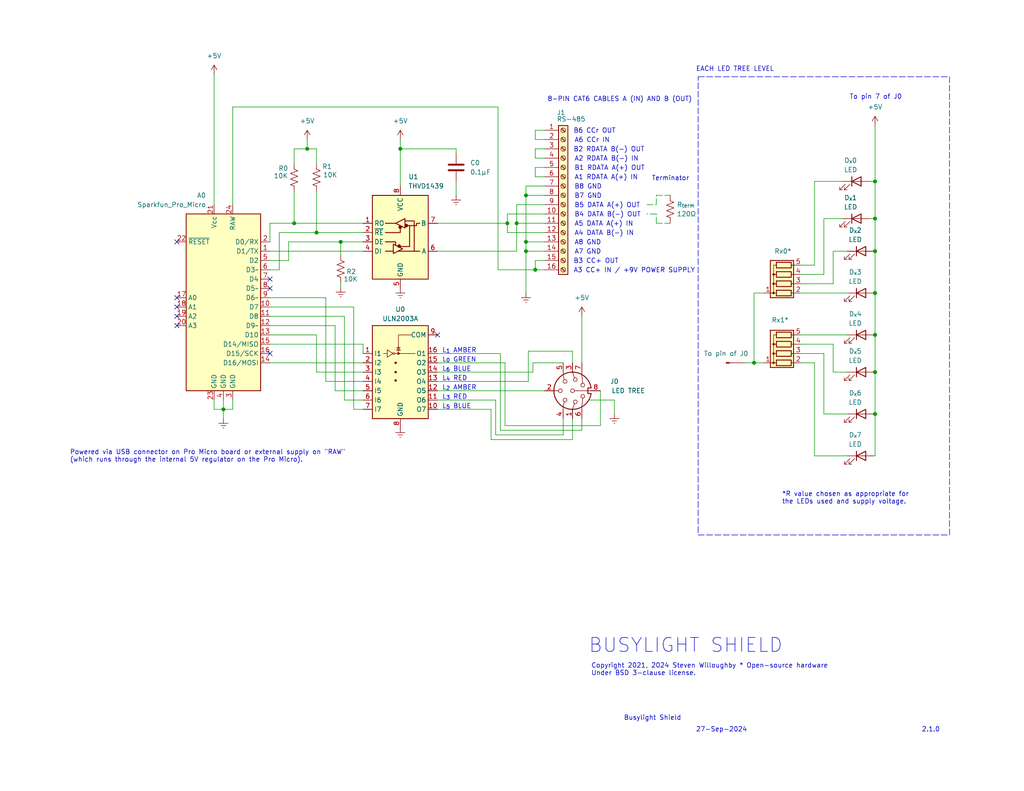
<source format=kicad_sch>
(kicad_sch (version 20231120) (generator "eeschema") (generator_version "8.0")
  (paper "USLetter")
  (lib_symbols
    (symbol "Connector:Conn_01x01_Pin" (pin_numbers hide) (pin_names (offset 1.016) hide)
      (property "Reference" "J" (at 0 2.54 0))
      (property "Value" "Conn_01x01_Pin" (at 0 -2.54 0))
      (symbol "Conn_01x01_Pin_1_1"
        (polyline (pts (xy 1.27 0) (xy 0.8636 0)) (stroke (width 0.1524)))
        (rectangle (start 0.8636 0.127) (end 0 -0.127) (stroke (width 0.1524)) (fill (type outline)))
        (pin passive line (at 5.08 0 180) (length 3.81) (name "Pin_1") (number "1"))
      )
    )
    (symbol "Connector:DIN-8" (pin_names (offset 1.016))
      (property "Reference" "J" (at 3.175 5.715 0))
      (property "Value" "DIN-8" (at 2.032 -5.842 0))
      (symbol "DIN-8_0_1"
        (arc (start -5.08 0) (mid -3.8609 -3.3364) (end -0.762 -5.08) (stroke (width 0.254)))
        (circle (center -3.048 -0.762) (radius 0.508))
        (circle (center -2.54 2.032) (radius 0.508))
        (circle (center -1.524 -2.794) (radius 0.508))
        (polyline (pts (xy -5.08 0) (xy -3.556 -0.508)))
        (polyline (pts (xy 0 -0.508) (xy 0 -5.08)))
        (polyline (pts (xy 0 5.08) (xy 0 3.81)))
        (polyline (pts (xy 5.08 0) (xy 3.556 -0.508)))
        (polyline (pts (xy -5.08 -2.54) (xy -4.318 -2.54) (xy -2.032 -2.794)))
        (polyline (pts (xy -5.08 2.54) (xy -4.318 2.54) (xy -3.048 2.286)))
        (polyline (pts (xy 5.08 -2.54) (xy 4.318 -2.54) (xy 2.032 -2.794)))
        (polyline (pts (xy 5.08 2.54) (xy 4.318 2.54) (xy 3.048 2.286)))
        (polyline (pts (xy -0.762 -4.953) (xy -0.762 -4.191) (xy 0.762 -4.191) (xy 0.762 -4.953)) (stroke (width 0.254)))
        (circle (center 0 0) (radius 0.508))
        (circle (center 0 3.302) (radius 0.508))
        (arc (start 0.762 -5.08) (mid 3.8685 -3.343) (end 5.08 0) (stroke (width 0.254)))
        (circle (center 1.524 -2.794) (radius 0.508))
        (circle (center 2.54 2.032) (radius 0.508))
        (circle (center 3.048 -0.762) (radius 0.508))
        (arc (start 5.08 0) (mid 0 5.0579) (end -5.08 0) (stroke (width 0.254)))
      )
      (symbol "DIN-8_1_1"
        (pin passive line (at -7.62 0 0) (length 2.54) (name "~") (number "1"))
        (pin passive line (at 0 7.62 270) (length 2.54) (name "~") (number "2"))
        (pin passive line (at 7.62 0 180) (length 2.54) (name "~") (number "3"))
        (pin passive line (at -7.62 2.54 0) (length 2.54) (name "~") (number "4"))
        (pin passive line (at 7.62 2.54 180) (length 2.54) (name "~") (number "5"))
        (pin passive line (at -7.62 -2.54 0) (length 2.54) (name "~") (number "6"))
        (pin passive line (at 7.62 -2.54 180) (length 2.54) (name "~") (number "7"))
        (pin passive line (at 0 -7.62 90) (length 2.54) (name "~") (number "8"))
      )
    )
    (symbol "Connector:Screw_Terminal_01x16" (pin_names (offset 1.016) hide)
      (property "Reference" "J" (at 0 20.32 0))
      (property "Value" "Screw_Terminal_01x16" (at 0 -22.86 0))
      (symbol "Screw_Terminal_01x16_1_1"
        (rectangle (start -1.27 19.05) (end 1.27 -21.59) (stroke (width 0.254)) (fill (type background)))
        (circle (center 0 -20.32) (radius 0.635) (stroke (width 0.1524)))
        (circle (center 0 -17.78) (radius 0.635) (stroke (width 0.1524)))
        (circle (center 0 -15.24) (radius 0.635) (stroke (width 0.1524)))
        (circle (center 0 -12.7) (radius 0.635) (stroke (width 0.1524)))
        (circle (center 0 -10.16) (radius 0.635) (stroke (width 0.1524)))
        (circle (center 0 -7.62) (radius 0.635) (stroke (width 0.1524)))
        (circle (center 0 -5.08) (radius 0.635) (stroke (width 0.1524)))
        (circle (center 0 -2.54) (radius 0.635) (stroke (width 0.1524)))
        (polyline (pts (xy -0.5334 -19.9898) (xy 0.3302 -20.828)) (stroke (width 0.1524)))
        (polyline (pts (xy -0.5334 -17.4498) (xy 0.3302 -18.288)) (stroke (width 0.1524)))
        (polyline (pts (xy -0.5334 -14.9098) (xy 0.3302 -15.748)) (stroke (width 0.1524)))
        (polyline (pts (xy -0.5334 -12.3698) (xy 0.3302 -13.208)) (stroke (width 0.1524)))
        (polyline (pts (xy -0.5334 -9.8298) (xy 0.3302 -10.668)) (stroke (width 0.1524)))
        (polyline (pts (xy -0.5334 -7.2898) (xy 0.3302 -8.128)) (stroke (width 0.1524)))
        (polyline (pts (xy -0.5334 -4.7498) (xy 0.3302 -5.588)) (stroke (width 0.1524)))
        (polyline (pts (xy -0.5334 -2.2098) (xy 0.3302 -3.048)) (stroke (width 0.1524)))
        (polyline (pts (xy -0.5334 0.3302) (xy 0.3302 -0.508)) (stroke (width 0.1524)))
        (polyline (pts (xy -0.5334 2.8702) (xy 0.3302 2.032)) (stroke (width 0.1524)))
        (polyline (pts (xy -0.5334 5.4102) (xy 0.3302 4.572)) (stroke (width 0.1524)))
        (polyline (pts (xy -0.5334 7.9502) (xy 0.3302 7.112)) (stroke (width 0.1524)))
        (polyline (pts (xy -0.5334 10.4902) (xy 0.3302 9.652)) (stroke (width 0.1524)))
        (polyline (pts (xy -0.5334 13.0302) (xy 0.3302 12.192)) (stroke (width 0.1524)))
        (polyline (pts (xy -0.5334 15.5702) (xy 0.3302 14.732)) (stroke (width 0.1524)))
        (polyline (pts (xy -0.5334 18.1102) (xy 0.3302 17.272)) (stroke (width 0.1524)))
        (polyline (pts (xy -0.3556 -19.812) (xy 0.508 -20.6502)) (stroke (width 0.1524)))
        (polyline (pts (xy -0.3556 -17.272) (xy 0.508 -18.1102)) (stroke (width 0.1524)))
        (polyline (pts (xy -0.3556 -14.732) (xy 0.508 -15.5702)) (stroke (width 0.1524)))
        (polyline (pts (xy -0.3556 -12.192) (xy 0.508 -13.0302)) (stroke (width 0.1524)))
        (polyline (pts (xy -0.3556 -9.652) (xy 0.508 -10.4902)) (stroke (width 0.1524)))
        (polyline (pts (xy -0.3556 -7.112) (xy 0.508 -7.9502)) (stroke (width 0.1524)))
        (polyline (pts (xy -0.3556 -4.572) (xy 0.508 -5.4102)) (stroke (width 0.1524)))
        (polyline (pts (xy -0.3556 -2.032) (xy 0.508 -2.8702)) (stroke (width 0.1524)))
        (polyline (pts (xy -0.3556 0.508) (xy 0.508 -0.3302)) (stroke (width 0.1524)))
        (polyline (pts (xy -0.3556 3.048) (xy 0.508 2.2098)) (stroke (width 0.1524)))
        (polyline (pts (xy -0.3556 5.588) (xy 0.508 4.7498)) (stroke (width 0.1524)))
        (polyline (pts (xy -0.3556 8.128) (xy 0.508 7.2898)) (stroke (width 0.1524)))
        (polyline (pts (xy -0.3556 10.668) (xy 0.508 9.8298)) (stroke (width 0.1524)))
        (polyline (pts (xy -0.3556 13.208) (xy 0.508 12.3698)) (stroke (width 0.1524)))
        (polyline (pts (xy -0.3556 15.748) (xy 0.508 14.9098)) (stroke (width 0.1524)))
        (polyline (pts (xy -0.3556 18.288) (xy 0.508 17.4498)) (stroke (width 0.1524)))
        (circle (center 0 0) (radius 0.635) (stroke (width 0.1524)))
        (circle (center 0 2.54) (radius 0.635) (stroke (width 0.1524)))
        (circle (center 0 5.08) (radius 0.635) (stroke (width 0.1524)))
        (circle (center 0 7.62) (radius 0.635) (stroke (width 0.1524)))
        (circle (center 0 10.16) (radius 0.635) (stroke (width 0.1524)))
        (circle (center 0 12.7) (radius 0.635) (stroke (width 0.1524)))
        (circle (center 0 15.24) (radius 0.635) (stroke (width 0.1524)))
        (circle (center 0 17.78) (radius 0.635) (stroke (width 0.1524)))
        (pin passive line (at -5.08 17.78 0) (length 3.81) (name "Pin_1") (number "1"))
        (pin passive line (at -5.08 -5.08 0) (length 3.81) (name "Pin_10") (number "10"))
        (pin passive line (at -5.08 -7.62 0) (length 3.81) (name "Pin_11") (number "11"))
        (pin passive line (at -5.08 -10.16 0) (length 3.81) (name "Pin_12") (number "12"))
        (pin passive line (at -5.08 -12.7 0) (length 3.81) (name "Pin_13") (number "13"))
        (pin passive line (at -5.08 -15.24 0) (length 3.81) (name "Pin_14") (number "14"))
        (pin passive line (at -5.08 -17.78 0) (length 3.81) (name "Pin_15") (number "15"))
        (pin passive line (at -5.08 -20.32 0) (length 3.81) (name "Pin_16") (number "16"))
        (pin passive line (at -5.08 15.24 0) (length 3.81) (name "Pin_2") (number "2"))
        (pin passive line (at -5.08 12.7 0) (length 3.81) (name "Pin_3") (number "3"))
        (pin passive line (at -5.08 10.16 0) (length 3.81) (name "Pin_4") (number "4"))
        (pin passive line (at -5.08 7.62 0) (length 3.81) (name "Pin_5") (number "5"))
        (pin passive line (at -5.08 5.08 0) (length 3.81) (name "Pin_6") (number "6"))
        (pin passive line (at -5.08 2.54 0) (length 3.81) (name "Pin_7") (number "7"))
        (pin passive line (at -5.08 0 0) (length 3.81) (name "Pin_8") (number "8"))
        (pin passive line (at -5.08 -2.54 0) (length 3.81) (name "Pin_9") (number "9"))
      )
    )
    (symbol "Device:C" (pin_numbers hide) (pin_names (offset 0.254))
      (property "Reference" "C" (at 0.635 2.54 0))
      (property "Value" "C" (at 0.635 -2.54 0))
      (symbol "C_0_1"
        (polyline (pts (xy -2.032 -0.762) (xy 2.032 -0.762)) (stroke (width 0.508)))
        (polyline (pts (xy -2.032 0.762) (xy 2.032 0.762)) (stroke (width 0.508)))
      )
      (symbol "C_1_1"
        (pin passive line (at 0 3.81 270) (length 2.794) (name "~") (number "1"))
        (pin passive line (at 0 -3.81 90) (length 2.794) (name "~") (number "2"))
      )
    )
    (symbol "Device:LED" (pin_numbers hide) (pin_names (offset 1.016) hide)
      (property "Reference" "D" (at 0 2.54 0))
      (property "Value" "LED" (at 0 -2.54 0))
      (symbol "LED_0_1"
        (polyline (pts (xy -1.27 -1.27) (xy -1.27 1.27)) (stroke (width 0.254)))
        (polyline (pts (xy -1.27 0) (xy 1.27 0)))
        (polyline (pts (xy 1.27 -1.27) (xy 1.27 1.27) (xy -1.27 0) (xy 1.27 -1.27)) (stroke (width 0.254)))
        (polyline (pts (xy -3.048 -0.762) (xy -4.572 -2.286) (xy -3.81 -2.286) (xy -4.572 -2.286) (xy -4.572 -1.524)))
        (polyline (pts (xy -1.778 -0.762) (xy -3.302 -2.286) (xy -2.54 -2.286) (xy -3.302 -2.286) (xy -3.302 -1.524)))
      )
      (symbol "LED_1_1"
        (pin passive line (at -3.81 0 0) (length 2.54) (name "K") (number "1"))
        (pin passive line (at 3.81 0 180) (length 2.54) (name "A") (number "2"))
      )
    )
    (symbol "Device:R_Network04" (pin_names (offset 0) hide)
      (property "Reference" "RN" (at -7.62 0 90))
      (property "Value" "R_Network04" (at 5.08 0 90))
      (symbol "R_Network04_0_1"
        (rectangle (start -6.35 -3.175) (end 3.81 3.175) (stroke (width 0.254)) (fill (type background)))
        (rectangle (start -5.842 1.524) (end -4.318 -2.54) (stroke (width 0.254)))
        (circle (center -5.08 2.286) (radius 0.254) (fill (type outline)))
        (rectangle (start -3.302 1.524) (end -1.778 -2.54) (stroke (width 0.254)))
        (circle (center -2.54 2.286) (radius 0.254) (fill (type outline)))
        (rectangle (start -0.762 1.524) (end 0.762 -2.54) (stroke (width 0.254)))
        (polyline (pts (xy -5.08 -2.54) (xy -5.08 -3.81)))
        (polyline (pts (xy -2.54 -2.54) (xy -2.54 -3.81)))
        (polyline (pts (xy 0 -2.54) (xy 0 -3.81)))
        (polyline (pts (xy 2.54 -2.54) (xy 2.54 -3.81)))
        (polyline (pts (xy -5.08 1.524) (xy -5.08 2.286) (xy -2.54 2.286) (xy -2.54 1.524)))
        (polyline (pts (xy -2.54 1.524) (xy -2.54 2.286) (xy 0 2.286) (xy 0 1.524)))
        (polyline (pts (xy 0 1.524) (xy 0 2.286) (xy 2.54 2.286) (xy 2.54 1.524)))
        (circle (center 0 2.286) (radius 0.254) (fill (type outline)))
        (rectangle (start 1.778 1.524) (end 3.302 -2.54) (stroke (width 0.254)))
      )
      (symbol "R_Network04_1_1"
        (pin passive line (at -5.08 5.08 270) (length 2.54) (name "common") (number "1"))
        (pin passive line (at -5.08 -5.08 90) (length 1.27) (name "R1") (number "2"))
        (pin passive line (at -2.54 -5.08 90) (length 1.27) (name "R2") (number "3"))
        (pin passive line (at 0 -5.08 90) (length 1.27) (name "R3") (number "4"))
        (pin passive line (at 2.54 -5.08 90) (length 1.27) (name "R4") (number "5"))
      )
    )
    (symbol "Device:R_US" (pin_numbers hide) (pin_names (offset 0))
      (property "Reference" "R" (at 2.54 0 90))
      (property "Value" "R_US" (at -2.54 0 90))
      (symbol "R_US_0_1"
        (polyline (pts (xy 0 -2.286) (xy 0 -2.54)))
        (polyline (pts (xy 0 2.286) (xy 0 2.54)))
        (polyline (pts (xy 0 -0.762) (xy 1.016 -1.143) (xy 0 -1.524) (xy -1.016 -1.905) (xy 0 -2.286)))
        (polyline (pts (xy 0 0.762) (xy 1.016 0.381) (xy 0 0) (xy -1.016 -0.381) (xy 0 -0.762)))
        (polyline (pts (xy 0 2.286) (xy 1.016 1.905) (xy 0 1.524) (xy -1.016 1.143) (xy 0 0.762)))
      )
      (symbol "R_US_1_1"
        (pin passive line (at 0 3.81 270) (length 1.27) (name "~") (number "1"))
        (pin passive line (at 0 -3.81 90) (length 1.27) (name "~") (number "2"))
      )
    )
    (symbol "Interface_UART:THVD1420D"
      (property "Reference" "U" (at -6.096 11.43 0))
      (property "Value" "THVD1420D" (at 0.762 11.43 0))
      (symbol "THVD1420D_0_1"
        (rectangle (start -7.62 10.16) (end 7.62 -12.7) (stroke (width 0.254)) (fill (type background)))
        (circle (center -0.3048 -3.683) (radius 0.3556) (stroke (width 0.254)) (fill (type outline)))
        (circle (center -0.0254 1.4986) (radius 0.3556) (stroke (width 0.254)) (fill (type outline)))
        (polyline (pts (xy -4.064 -5.08) (xy -1.905 -5.08)) (stroke (width 0.254)))
        (polyline (pts (xy -4.064 2.54) (xy -1.27 2.54)) (stroke (width 0.254)))
        (polyline (pts (xy -1.27 -3.2004) (xy -1.27 -3.4544)) (stroke (width 0.254)))
        (polyline (pts (xy -0.635 -5.08) (xy 5.334 -5.08)) (stroke (width 0.254)))
        (polyline (pts (xy -4.064 -2.54) (xy -1.27 -2.54) (xy -1.27 -3.175)) (stroke (width 0.254)))
        (polyline (pts (xy 0 1.27) (xy 0 0) (xy -4.064 0)) (stroke (width 0.254)))
        (polyline (pts (xy 1.27 3.175) (xy 3.81 3.175) (xy 3.81 -5.08)) (stroke (width 0.254)))
        (polyline (pts (xy 2.54 1.905) (xy 2.54 -3.81) (xy 0 -3.81)) (stroke (width 0.254)))
        (polyline (pts (xy -1.905 -3.175) (xy -1.905 -5.715) (xy 0.635 -4.445) (xy -1.905 -3.175)) (stroke (width 0.254)))
        (polyline (pts (xy -1.27 2.54) (xy 1.27 3.81) (xy 1.27 1.27) (xy -1.27 2.54)) (stroke (width 0.254)))
        (polyline (pts (xy 1.905 1.905) (xy 4.445 1.905) (xy 4.445 2.54) (xy 5.334 2.54)) (stroke (width 0.254)))
        (rectangle (start 1.27 3.175) (end 1.27 3.175))
        (circle (center 1.651 1.905) (radius 0.3556) (stroke (width 0.254)) (fill (type outline)))
      )
      (symbol "THVD1420D_1_1"
        (pin output line (at -10.16 2.54 0) (length 2.54) (name "RO") (number "1"))
        (pin input line (at -10.16 0 0) (length 2.54) (name "~{RE}") (number "2"))
        (pin input line (at -10.16 -2.54 0) (length 2.54) (name "DE") (number "3"))
        (pin input line (at -10.16 -5.08 0) (length 2.54) (name "DI") (number "4"))
        (pin power_in line (at 0 -15.24 90) (length 2.54) (name "GND") (number "5"))
        (pin bidirectional line (at 10.16 -5.08 180) (length 2.54) (name "A") (number "6"))
        (pin bidirectional line (at 10.16 2.54 180) (length 2.54) (name "B") (number "7"))
        (pin power_in line (at 0 12.7 270) (length 2.54) (name "VCC") (number "8"))
      )
    )
    (symbol "MCU_Module_Local:Sparkfun_Pro_Micro"
      (property "Reference" "A" (at -10.16 23.495 0))
      (property "Value" "Sparkfun_Pro_Micro" (at 5.08 -26.67 0))
      (symbol "Sparkfun_Pro_Micro_0_1"
        (rectangle (start -10.16 22.86) (end 10.16 -25.4) (stroke (width 0.254)) (fill (type background)))
      )
      (symbol "Sparkfun_Pro_Micro_1_1"
        (pin bidirectional line (at -12.7 12.7 0) (length 2.54) (name "D1/TX") (number "1"))
        (pin bidirectional line (at -12.7 -2.54 0) (length 2.54) (name "D7") (number "10"))
        (pin bidirectional line (at -12.7 -5.08 0) (length 2.54) (name "D8") (number "11"))
        (pin bidirectional line (at -12.7 -7.62 0) (length 2.54) (name "D9~") (number "12"))
        (pin bidirectional line (at -12.7 -10.16 0) (length 2.54) (name "D10") (number "13"))
        (pin bidirectional line (at -12.7 -17.78 0) (length 2.54) (name "D16/MOSI") (number "14"))
        (pin bidirectional line (at -12.7 -12.7 0) (length 2.54) (name "D14/MISO") (number "15"))
        (pin bidirectional line (at -12.7 -15.24 0) (length 2.54) (name "D15/SCK") (number "16"))
        (pin bidirectional line (at 12.7 0 180) (length 2.54) (name "A0") (number "17"))
        (pin bidirectional line (at 12.7 -2.54 180) (length 2.54) (name "A1") (number "18"))
        (pin bidirectional line (at 12.7 -5.08 180) (length 2.54) (name "A2") (number "19"))
        (pin bidirectional line (at -12.7 15.24 0) (length 2.54) (name "D0/RX") (number "2"))
        (pin bidirectional line (at 12.7 -7.62 180) (length 2.54) (name "A3") (number "20"))
        (pin power_out line (at 2.54 25.4 270) (length 2.54) (name "Vcc") (number "21"))
        (pin input line (at 12.7 15.24 180) (length 2.54) (name "~{RESET}") (number "22"))
        (pin power_in line (at 2.54 -27.94 90) (length 2.54) (name "GND") (number "23"))
        (pin power_in line (at -2.54 25.4 270) (length 2.54) (name "RAW") (number "24"))
        (pin power_in line (at -2.54 -27.94 90) (length 2.54) (name "GND") (number "3"))
        (pin power_in line (at 0 -27.94 90) (length 2.54) (name "GND") (number "4"))
        (pin bidirectional line (at -12.7 10.16 0) (length 2.54) (name "D2") (number "5"))
        (pin bidirectional line (at -12.7 7.62 0) (length 2.54) (name "D3~") (number "6"))
        (pin bidirectional line (at -12.7 5.08 0) (length 2.54) (name "D4") (number "7"))
        (pin bidirectional line (at -12.7 2.54 0) (length 2.54) (name "D5~") (number "8"))
        (pin bidirectional line (at -12.7 0 0) (length 2.54) (name "D6~") (number "9"))
      )
    )
    (symbol "Transistor_Array:ULN2003A"
      (property "Reference" "U" (at 0 15.875 0))
      (property "Value" "ULN2003A" (at 0 13.97 0))
      (symbol "ULN2003A_0_1"
        (rectangle (start -7.62 -12.7) (end 7.62 12.7) (stroke (width 0.254)) (fill (type background)))
        (circle (center -1.778 5.08) (radius 0.254))
        (circle (center -1.27 -2.286) (radius 0.254) (fill (type outline)))
        (circle (center -1.27 0) (radius 0.254) (fill (type outline)))
        (circle (center -1.27 2.54) (radius 0.254) (fill (type outline)))
        (circle (center -0.508 5.08) (radius 0.254) (fill (type outline)))
        (polyline (pts (xy -4.572 5.08) (xy -3.556 5.08)))
        (polyline (pts (xy -1.524 5.08) (xy 4.064 5.08)))
        (polyline (pts (xy 0 6.731) (xy -1.016 6.731)))
        (polyline (pts (xy -0.508 5.08) (xy -0.508 10.16) (xy 2.921 10.16)))
        (polyline (pts (xy -3.556 6.096) (xy -3.556 4.064) (xy -2.032 5.08) (xy -3.556 6.096)))
        (polyline (pts (xy 0 5.969) (xy -1.016 5.969) (xy -0.508 6.731) (xy 0 5.969)))
      )
      (symbol "ULN2003A_1_1"
        (pin input line (at -10.16 5.08 0) (length 2.54) (name "I1") (number "1"))
        (pin open_collector line (at 10.16 -10.16 180) (length 2.54) (name "O7") (number "10"))
        (pin open_collector line (at 10.16 -7.62 180) (length 2.54) (name "O6") (number "11"))
        (pin open_collector line (at 10.16 -5.08 180) (length 2.54) (name "O5") (number "12"))
        (pin open_collector line (at 10.16 -2.54 180) (length 2.54) (name "O4") (number "13"))
        (pin open_collector line (at 10.16 0 180) (length 2.54) (name "O3") (number "14"))
        (pin open_collector line (at 10.16 2.54 180) (length 2.54) (name "O2") (number "15"))
        (pin open_collector line (at 10.16 5.08 180) (length 2.54) (name "O1") (number "16"))
        (pin input line (at -10.16 2.54 0) (length 2.54) (name "I2") (number "2"))
        (pin input line (at -10.16 0 0) (length 2.54) (name "I3") (number "3"))
        (pin input line (at -10.16 -2.54 0) (length 2.54) (name "I4") (number "4"))
        (pin input line (at -10.16 -5.08 0) (length 2.54) (name "I5") (number "5"))
        (pin input line (at -10.16 -7.62 0) (length 2.54) (name "I6") (number "6"))
        (pin input line (at -10.16 -10.16 0) (length 2.54) (name "I7") (number "7"))
        (pin power_in line (at 0 -15.24 90) (length 2.54) (name "GND") (number "8"))
        (pin passive line (at 10.16 10.16 180) (length 2.54) (name "COM") (number "9"))
      )
    )
    (symbol "power:+5V" (power) (pin_names (offset 0))
      (property "Value" "+5V" (at 0 3.556 0))
      (symbol "+5V_0_1"
        (polyline (pts (xy -0.762 1.27) (xy 0 2.54)))
        (polyline (pts (xy 0 0) (xy 0 2.54)))
        (polyline (pts (xy 0 2.54) (xy 0.762 1.27)))
      )
      (symbol "+5V_1_1"
        (pin power_in line (at 0 0 90) (length 0) hide (name "+5V") (number "1"))
      )
    )
    (symbol "power:Earth" (power) (pin_names (offset 0))
      (symbol "Earth_0_1"
        (polyline (pts (xy -0.635 -1.905) (xy 0.635 -1.905)))
        (polyline (pts (xy -0.127 -2.54) (xy 0.127 -2.54)))
        (polyline (pts (xy 0 -1.27) (xy 0 0)))
        (polyline (pts (xy 1.27 -1.27) (xy -1.27 -1.27)))
      )
      (symbol "Earth_1_1"
        (pin power_in line (at 0 0 270) (length 0) hide (name "Earth") (number "1"))
      )
    )
  )
  (junction (at 238.76 113.03))
  (junction (at 238.76 80.01))
  (junction (at 238.76 91.44))
  (junction (at 205.74 99.06))
  (junction (at 146.05 73.66))
  (junction (at 140.97 60.96))
  (junction (at 238.76 59.69))
  (junction (at 143.51 53.34))
  (junction (at 92.964 66.04))
  (junction (at 138.43 60.96))
  (junction (at 109.22 40.64))
  (junction (at 80.264 60.96))
  (junction (at 238.76 68.58))
  (junction (at 143.51 66.04))
  (junction (at 238.76 49.53))
  (junction (at 143.51 68.58))
  (junction (at 86.36 63.5))
  (junction (at 83.82 40.64))
  (junction (at 238.76 101.6))
  (junction (at 60.96 111.76))
  (no_connect (at 48.26 88.9))
  (no_connect (at 73.66 76.2))
  (no_connect (at 48.26 83.82))
  (no_connect (at 48.26 66.04))
  (no_connect (at 119.38 91.44))
  (no_connect (at 48.26 86.36))
  (no_connect (at 73.66 78.74))
  (no_connect (at 73.66 96.52))
  (no_connect (at 48.26 81.28))
  (wire (pts (xy 222.25 99.06) (xy 222.25 124.46)))
  (wire (pts (xy 137.795 99.06) (xy 137.795 116.205)))
  (wire (pts (xy 80.264 52.324) (xy 80.264 60.96)))
  (wire (pts (xy 119.38 96.52) (xy 136.525 96.52)))
  (wire (pts (xy 119.38 101.6) (xy 145.415 101.6)))
  (wire (pts (xy 93.98 109.22) (xy 99.06 109.22)))
  (wire (pts (xy 143.51 50.8) (xy 143.51 53.34)))
  (wire (pts (xy 76.2 63.5) (xy 86.36 63.5)))
  (wire (pts (xy 73.66 91.44) (xy 86.36 91.44)))
  (wire (pts (xy 167.64 113.03) (xy 167.64 109.22)))
  (wire (pts (xy 73.66 88.9) (xy 91.44 88.9)))
  (wire (pts (xy 227.33 101.6) (xy 231.14 101.6)))
  (wire (pts (xy 224.79 96.52) (xy 224.79 113.03)))
  (wire (pts (xy 238.76 101.6) (xy 238.76 113.03)))
  (wire (pts (xy 133.985 111.76) (xy 133.985 120.015)))
  (wire (pts (xy 179.07 58.42) (xy 176.53 58.42)) (stroke (width 0) (type dash)))
  (wire (pts (xy 73.66 86.36) (xy 93.98 86.36)))
  (wire (pts (xy 146.05 45.72) (xy 146.05 48.26)))
  (wire (pts (xy 176.53 55.88) (xy 179.07 55.88)) (stroke (width 0) (type dash)))
  (wire (pts (xy 224.79 59.69) (xy 229.87 59.69)))
  (wire (pts (xy 119.38 111.76) (xy 133.985 111.76)))
  (wire (pts (xy 148.59 40.64) (xy 146.05 40.64)))
  (wire (pts (xy 148.59 35.56) (xy 146.05 35.56)))
  (wire (pts (xy 146.05 71.12) (xy 146.05 73.66)))
  (wire (pts (xy 179.07 55.88) (xy 179.07 53.34)) (stroke (width 0) (type dash)))
  (wire (pts (xy 146.05 38.1) (xy 148.59 38.1)))
  (wire (pts (xy 119.38 99.06) (xy 137.795 99.06)))
  (wire (pts (xy 86.36 101.6) (xy 99.06 101.6)))
  (wire (pts (xy 60.96 111.76) (xy 60.96 114.3)))
  (wire (pts (xy 135.255 109.22) (xy 135.255 118.745)))
  (wire (pts (xy 143.51 68.58) (xy 143.51 80.01)))
  (wire (pts (xy 73.66 60.96) (xy 80.264 60.96)))
  (wire (pts (xy 218.44 74.93) (xy 224.79 74.93)))
  (wire (pts (xy 238.76 113.03) (xy 238.76 124.46)))
  (wire (pts (xy 227.33 68.58) (xy 231.14 68.58)))
  (wire (pts (xy 60.96 109.22) (xy 60.96 111.76)))
  (wire (pts (xy 143.51 68.58) (xy 148.59 68.58)))
  (wire (pts (xy 146.05 35.56) (xy 146.05 38.1)))
  (wire (pts (xy 92.964 66.04) (xy 99.06 66.04)))
  (wire (pts (xy 86.36 63.5) (xy 99.06 63.5)))
  (wire (pts (xy 148.59 45.72) (xy 146.05 45.72)))
  (wire (pts (xy 143.51 53.34) (xy 148.59 53.34)))
  (wire (pts (xy 143.51 53.34) (xy 143.51 66.04)))
  (wire (pts (xy 146.05 71.12) (xy 148.59 71.12)))
  (wire (pts (xy 146.05 73.66) (xy 148.59 73.66)))
  (wire (pts (xy 148.59 50.8) (xy 143.51 50.8)))
  (wire (pts (xy 156.21 95.885) (xy 156.21 99.06)))
  (wire (pts (xy 133.985 120.015) (xy 156.21 120.015)))
  (wire (pts (xy 140.97 60.96) (xy 140.97 55.88)))
  (wire (pts (xy 227.33 93.98) (xy 227.33 101.6)))
  (wire (pts (xy 163.83 116.205) (xy 163.83 106.68)))
  (wire (pts (xy 227.33 77.47) (xy 227.33 68.58)))
  (wire (pts (xy 238.76 91.44) (xy 238.76 101.6)))
  (wire (pts (xy 146.05 43.18) (xy 148.59 43.18)))
  (wire (pts (xy 179.07 60.96) (xy 179.07 58.42)) (stroke (width 0) (type dash)))
  (wire (pts (xy 73.66 68.58) (xy 99.06 68.58)))
  (wire (pts (xy 124.46 49.53) (xy 124.46 53.34)))
  (wire (pts (xy 160.655 109.22) (xy 167.64 109.22)))
  (wire (pts (xy 124.46 40.64) (xy 109.22 40.64)))
  (wire (pts (xy 156.21 120.015) (xy 156.21 114.3)))
  (wire (pts (xy 224.79 113.03) (xy 231.14 113.03)))
  (wire (pts (xy 138.43 58.42) (xy 148.59 58.42)))
  (wire (pts (xy 144.145 104.14) (xy 144.145 95.885)))
  (wire (pts (xy 218.44 99.06) (xy 222.25 99.06)))
  (wire (pts (xy 73.66 93.98) (xy 99.06 93.98)))
  (wire (pts (xy 96.52 83.82) (xy 96.52 111.76)))
  (wire (pts (xy 138.43 63.5) (xy 138.43 60.96)))
  (wire (pts (xy 88.9 81.28) (xy 88.9 104.14)))
  (wire (pts (xy 145.415 99.06) (xy 153.67 99.06)))
  (wire (pts (xy 119.38 60.96) (xy 138.43 60.96)))
  (wire (pts (xy 145.415 101.6) (xy 145.415 99.06)))
  (wire (pts (xy 86.36 91.44) (xy 86.36 101.6)))
  (wire (pts (xy 238.76 49.53) (xy 238.76 59.69)))
  (wire (pts (xy 73.66 73.66) (xy 76.2 73.66)))
  (wire (pts (xy 136.525 96.52) (xy 136.525 117.475)))
  (wire (pts (xy 218.44 93.98) (xy 227.33 93.98)))
  (wire (pts (xy 92.964 78.486) (xy 92.964 77.216)))
  (wire (pts (xy 148.59 63.5) (xy 138.43 63.5)))
  (wire (pts (xy 222.25 49.53) (xy 229.87 49.53)))
  (wire (pts (xy 63.5 111.76) (xy 60.96 111.76)))
  (wire (pts (xy 73.66 83.82) (xy 96.52 83.82)))
  (wire (pts (xy 143.51 66.04) (xy 148.59 66.04)))
  (wire (pts (xy 96.52 111.76) (xy 99.06 111.76)))
  (wire (pts (xy 144.145 95.885) (xy 156.21 95.885)))
  (wire (pts (xy 91.44 106.68) (xy 99.06 106.68)))
  (wire (pts (xy 99.06 93.98) (xy 99.06 96.52)))
  (wire (pts (xy 93.98 86.36) (xy 93.98 109.22)))
  (wire (pts (xy 80.264 60.96) (xy 99.06 60.96)))
  (wire (pts (xy 222.25 72.39) (xy 222.25 49.53)))
  (wire (pts (xy 73.66 71.12) (xy 78.74 71.12)))
  (wire (pts (xy 88.9 104.14) (xy 99.06 104.14)))
  (wire (pts (xy 119.38 104.14) (xy 144.145 104.14)))
  (wire (pts (xy 92.964 69.596) (xy 92.964 66.04)))
  (wire (pts (xy 140.97 60.96) (xy 148.59 60.96)))
  (wire (pts (xy 135.89 29.21) (xy 135.89 73.66)))
  (wire (pts (xy 203.2 99.06) (xy 205.74 99.06)))
  (wire (pts (xy 237.49 59.69) (xy 238.76 59.69)))
  (wire (pts (xy 224.79 74.93) (xy 224.79 59.69)))
  (wire (pts (xy 78.74 66.04) (xy 92.964 66.04)))
  (wire (pts (xy 138.43 60.96) (xy 138.43 58.42)))
  (wire (pts (xy 158.75 86.36) (xy 158.75 99.06)))
  (wire (pts (xy 218.44 80.01) (xy 231.14 80.01)))
  (wire (pts (xy 218.44 77.47) (xy 227.33 77.47)))
  (wire (pts (xy 86.36 44.704) (xy 86.36 40.64)))
  (wire (pts (xy 124.46 41.91) (xy 124.46 40.64)))
  (wire (pts (xy 119.38 109.22) (xy 135.255 109.22)))
  (wire (pts (xy 238.76 80.01) (xy 238.76 91.44)))
  (wire (pts (xy 63.5 29.21) (xy 135.89 29.21)))
  (wire (pts (xy 63.5 29.21) (xy 63.5 55.88)))
  (wire (pts (xy 86.36 40.64) (xy 83.82 40.64)))
  (wire (pts (xy 153.67 114.3) (xy 153.67 118.745)))
  (wire (pts (xy 238.76 34.29) (xy 238.76 49.53)))
  (wire (pts (xy 179.07 60.96) (xy 182.88 60.96)) (stroke (width 0) (type dash)))
  (wire (pts (xy 91.44 88.9) (xy 91.44 106.68)))
  (wire (pts (xy 76.2 73.66) (xy 76.2 63.5)))
  (wire (pts (xy 208.28 80.01) (xy 205.74 80.01)))
  (wire (pts (xy 119.38 68.58) (xy 140.97 68.58)))
  (wire (pts (xy 78.74 71.12) (xy 78.74 66.04)))
  (wire (pts (xy 238.76 68.58) (xy 238.76 80.01)))
  (wire (pts (xy 140.97 55.88) (xy 148.59 55.88)))
  (wire (pts (xy 135.89 73.66) (xy 146.05 73.66)))
  (wire (pts (xy 140.97 68.58) (xy 140.97 60.96)))
  (wire (pts (xy 179.07 53.34) (xy 182.88 53.34)) (stroke (width 0) (type dash)))
  (wire (pts (xy 58.42 111.76) (xy 60.96 111.76)))
  (wire (pts (xy 109.22 38.1) (xy 109.22 40.64)))
  (wire (pts (xy 58.42 109.22) (xy 58.42 111.76)))
  (wire (pts (xy 137.795 116.205) (xy 163.83 116.205)))
  (wire (pts (xy 238.76 59.69) (xy 238.76 68.58)))
  (wire (pts (xy 237.49 49.53) (xy 238.76 49.53)))
  (wire (pts (xy 146.05 40.64) (xy 146.05 43.18)))
  (wire (pts (xy 205.74 99.06) (xy 208.28 99.06)))
  (wire (pts (xy 80.264 40.64) (xy 83.82 40.64)))
  (wire (pts (xy 135.255 118.745) (xy 153.67 118.745)))
  (wire (pts (xy 63.5 109.22) (xy 63.5 111.76)))
  (wire (pts (xy 80.264 40.64) (xy 80.264 44.704)))
  (wire (pts (xy 143.51 66.04) (xy 143.51 68.58)))
  (wire (pts (xy 73.66 66.04) (xy 73.66 60.96)))
  (wire (pts (xy 73.66 81.28) (xy 88.9 81.28)))
  (wire (pts (xy 86.36 52.324) (xy 86.36 63.5)))
  (wire (pts (xy 146.05 48.26) (xy 148.59 48.26)))
  (wire (pts (xy 222.25 124.46) (xy 231.14 124.46)))
  (wire (pts (xy 136.525 117.475) (xy 158.75 117.475)))
  (wire (pts (xy 119.38 106.68) (xy 148.59 106.68)))
  (wire (pts (xy 218.44 72.39) (xy 222.25 72.39)))
  (wire (pts (xy 83.82 38.1) (xy 83.82 40.64)))
  (wire (pts (xy 205.74 80.01) (xy 205.74 99.06)))
  (wire (pts (xy 158.75 117.475) (xy 158.75 114.3)))
  (wire (pts (xy 58.42 20.32) (xy 58.42 55.88)))
  (wire (pts (xy 218.44 96.52) (xy 224.79 96.52)))
  (wire (pts (xy 218.44 91.44) (xy 231.14 91.44)))
  (wire (pts (xy 109.22 40.64) (xy 109.22 50.8)))
  (wire (pts (xy 73.66 99.06) (xy 99.06 99.06)))
  (rectangle (start 190.5 20.955) (end 259.08 146.05) (stroke (width 0) (type dash)))
  (text "B7 GND" (at 156.718 53.594 0) (effects (font (size 1.27 1.27)) (justify left)))
  (text "L_{6} BLUE" (at 120.65 101.6 0) (effects (font (size 1.27 1.27)) (justify left bottom)))
  (text "L_{1} AMBER" (at 120.65 96.52 0) (effects (font (size 1.27 1.27)) (justify left bottom)))
  (text "27-Sep-2024" (at 189.865 200.025 0) (effects (font (size 1.27 1.27)) (justify left bottom)))
  (text "B3 CC+ OUT" (at 156.464 71.374 0) (effects (font (size 1.27 1.27)) (justify left)))
  (text "8-PIN CAT6 CABLES A (IN) AND B (OUT)" (at 149.352 27.178 0) (effects (font (size 1.27 1.27)) (justify left)))
  (text "A4 DATA B(-) IN" (at 156.718 63.754 0) (effects (font (size 1.27 1.27)) (justify left)))
  (text "A5 DATA A(+) IN" (at 156.718 61.214 0) (effects (font (size 1.27 1.27)) (justify left)))
  (text "A2 RDATA B(-) IN" (at 156.718 43.434 0) (effects (font (size 1.27 1.27)) (justify left)))
  (text "Copyright 2021, 2024 Steven Willoughby * Open-source hardware\nUnder BSD 3-clause license." (at 161.29 182.88 0) (effects (font (size 1.27 1.27)) (justify left)))
  (text "L_{3} RED" (at 120.65 109.22 0) (effects (font (size 1.27 1.27)) (justify left bottom)))
  (text "A1 RDATA A(+) IN" (at 156.718 48.514 0) (effects (font (size 1.27 1.27)) (justify left)))
  (text "Busylight Shield" (at 170.18 196.85 0) (effects (font (size 1.27 1.27)) (justify left bottom)))
  (text "L_{5} BLUE" (at 120.65 111.76 0) (effects (font (size 1.27 1.27)) (justify left bottom)))
  (text "Terminator" (at 177.8 49.53 0) (effects (font (size 1.27 1.27)) (justify left bottom)))
  (text "A8 GND" (at 156.718 66.294 0) (effects (font (size 1.27 1.27)) (justify left)))
  (text "L_{2} AMBER" (at 120.65 106.68 0) (effects (font (size 1.27 1.27)) (justify left bottom)))
  (text "To pin 7 of J0" (at 231.775 27.305 0) (effects (font (size 1.27 1.27)) (justify left bottom)))
  (text "B2 RDATA B(-) OUT" (at 156.464 40.894 0) (effects (font (size 1.27 1.27)) (justify left)))
  (text "A3 CC+ IN / +9V POWER SUPPLY" (at 156.464 73.914 0) (effects (font (size 1.27 1.27)) (justify left)))
  (text "B1 RDATA A(+) OUT" (at 156.718 45.974 0) (effects (font (size 1.27 1.27)) (justify left)))
  (text "A6 CCr IN" (at 156.718 38.354 0) (effects (font (size 1.27 1.27)) (justify left)))
  (text "Powered via USB connector on Pro Micro board or external supply on \"RAW\"\n(which runs through the internal 5V regulator on the Pro Micro).\n" (at 19.05 126.365 0) (effects (font (size 1.27 1.27)) (justify left bottom)))
  (text "EACH LED TREE LEVEL" (at 189.865 19.685 0) (effects (font (size 1.27 1.27)) (justify left bottom)))
  (text "B8 GND" (at 156.718 51.054 0) (effects (font (size 1.27 1.27)) (justify left)))
  (text "L_{0} GREEN" (at 120.65 99.06 0) (effects (font (size 1.27 1.27)) (justify left bottom)))
  (text "B5 DATA A(+) OUT" (at 156.718 56.134 0) (effects (font (size 1.27 1.27)) (justify left)))
  (text "2.1.0" (at 251.46 200.025 0) (effects (font (size 1.27 1.27)) (justify left bottom)))
  (text "B4 DATA B(-) OUT" (at 156.718 58.674 0) (effects (font (size 1.27 1.27)) (justify left)))
  (text "BUSYLIGHT SHIELD" (at 160.528 178.562 0) (effects (font (size 3.81 3.81)) (justify left bottom)))
  (text "B6 CCr OUT" (at 156.464 35.814 0) (effects (font (size 1.27 1.27)) (justify left)))
  (text "*R value chosen as appropriate for\nthe LEDs used and supply voltage." (at 213.36 137.795 0) (effects (font (size 1.27 1.27)) (justify left bottom)))
  (text "A7 GND" (at 156.718 68.834 0) (effects (font (size 1.27 1.27)) (justify left)))
  (text "L_{4} RED" (at 120.65 104.14 0) (effects (font (size 1.27 1.27)) (justify left bottom)))
  (symbol (lib_id "Device:R_US") (at 92.964 73.406 0) (unit 1)
    (property "Reference" "R2" (at 94.488 74.168 0) (effects (justify left)))
    (property "Value" "10K" (at 93.726 76.2 0) (effects (justify left)))
    (property "Description" "Resistor, US symbol" (effects (hide yes)))
  )
  (symbol (lib_id "Connector:DIN-8") (at 156.21 106.68 90) (unit 1)
    (property "Reference" "J0" (at 167.64 104.14 90))
    (property "Value" "LED TREE" (at 171.45 106.68 90))
    (property "Datasheet" "http://www.mouser.com/ds/2/18/40_c091_abd_e-75918.pdf" (effects (hide yes)))
  )
  (symbol (lib_id "Device:R_Network04") (at 213.36 74.93 90) (unit 1)
    (property "Reference" "Rx0*" (at 213.614 68.58 90))
    (property "Value" "R_Network04" (effects (hide yes)))
    (property "Footprint" "Resistor_THT:R_Array_SIP5" (effects (hide yes)))
    (property "Datasheet" "http://www.vishay.com/docs/31509/csc.pdf" (effects (hide yes)))
    (property "Description" "4 resistor network, star topology, bussed resistors, small symbol" (effects (hide yes)))
  )
  (symbol (lib_id "Device:LED") (at 234.95 124.46 0) (unit 1)
    (property "Reference" "D_{x}7" (at 233.3625 118.745 0))
    (property "Value" "LED" (at 233.3625 121.285 0))
  )
  (symbol (lib_id "Device:C") (at 124.46 45.72 0) (unit 1)
    (property "Reference" "C0" (at 128.27 44.45 0) (effects (justify left)))
    (property "Value" "0.1μF" (at 128.27 46.99 0) (effects (justify left)))
  )
  (symbol (lib_id "Connector:Screw_Terminal_01x16") (at 153.67 53.34 0) (unit 1)
    (property "Reference" "J1" (at 151.892 30.734 0) (effects (justify left)))
    (property "Value" "RS-485" (at 151.892 32.512 0) (effects (justify left)))
    (property "Description" "Generic screw terminal, single row, 01x16, script generated (kicad-library-utils/schlib/autogen/connector/)" (effects (hide yes)))
  )
  (symbol (lib_id "Device:LED") (at 233.68 49.53 0) (unit 1)
    (property "Reference" "D_{x}0" (at 232.0925 43.815 0))
    (property "Value" "LED" (at 232.0925 46.355 0))
  )
  (symbol (lib_id "power:+5V") (at 83.82 38.1 0) (unit 1)
    (property "Reference" "#PWR07" (effects (hide yes)))
    (property "Value" "+5V" (at 83.82 33.02 0))
  )
  (symbol (lib_id "Device:LED") (at 234.95 68.58 0) (unit 1)
    (property "Reference" "D_{x}2" (at 233.3625 62.865 0))
    (property "Value" "LED" (at 233.3625 65.405 0))
  )
  (symbol (lib_id "power:+5V") (at 238.76 34.29 0) (unit 1)
    (property "Reference" "#PWR011" (effects (hide yes)))
    (property "Value" "+5V" (at 238.76 29.21 0))
  )
  (symbol (lib_id "Device:LED") (at 234.95 91.44 0) (unit 1)
    (property "Reference" "D_{x}4" (at 233.3625 85.725 0))
    (property "Value" "LED" (at 233.3625 88.265 0))
  )
  (symbol (lib_id "power:Earth") (at 124.46 53.34 0) (unit 1)
    (property "Reference" "#PWR05" (effects (hide yes)))
    (property "Value" "Earth" (effects (hide yes)))
  )
  (symbol (lib_id "power:+5V") (at 158.75 86.36 0) (unit 1)
    (property "Reference" "#PWR09" (effects (hide yes)))
    (property "Value" "+5V" (at 158.75 81.28 0))
  )
  (symbol (lib_id "power:+5V") (at 109.22 38.1 0) (unit 1)
    (property "Reference" "#PWR08" (effects (hide yes)))
    (property "Value" "+5V" (at 109.22 33.02 0))
  )
  (symbol (lib_id "power:Earth") (at 92.964 78.486 0) (unit 1)
    (property "Reference" "#PWR01" (effects (hide yes)))
    (property "Value" "Earth" (effects (hide yes)))
  )
  (symbol (lib_id "Device:LED") (at 234.95 101.6 0) (unit 1)
    (property "Reference" "D_{x}5" (at 233.3625 95.885 0))
    (property "Value" "LED" (at 233.3625 98.425 0))
  )
  (symbol (lib_id "Device:LED") (at 233.68 59.69 0) (unit 1)
    (property "Reference" "D_{x}1" (at 232.0925 53.975 0))
    (property "Value" "LED" (at 232.0925 56.515 0))
  )
  (symbol (lib_id "power:+5V") (at 58.42 20.32 0) (unit 1)
    (property "Reference" "#PWR06" (effects (hide yes)))
    (property "Value" "+5V" (at 58.42 15.24 0))
  )
  (symbol (lib_id "power:Earth") (at 109.22 116.84 0) (unit 1)
    (property "Reference" "#PWR03" (effects (hide yes)))
    (property "Value" "Earth" (effects (hide yes)))
  )
  (symbol (lib_id "Device:LED") (at 234.95 113.03 0) (unit 1)
    (property "Reference" "D_{x}6" (at 233.3625 107.315 0))
    (property "Value" "LED" (at 233.3625 109.855 0))
  )
  (symbol (lib_id "Device:LED") (at 234.95 80.01 0) (unit 1)
    (property "Reference" "D_{x}3" (at 233.3625 74.295 0))
    (property "Value" "LED" (at 233.3625 76.835 0))
  )
  (symbol (lib_id "power:Earth") (at 167.64 113.03 0) (unit 1)
    (property "Reference" "#PWR012" (effects (hide yes)))
    (property "Value" "Earth" (effects (hide yes)))
  )
  (symbol (lib_id "MCU_Module_Local:Sparkfun_Pro_Micro") (at 60.96 81.28 0) (mirror y) (unit 1)
    (property "Reference" "A0" (at 56.2259 53.34 0) (effects (justify left)))
    (property "Value" "Sparkfun_Pro_Micro" (at 56.2259 55.88 0) (effects (justify left)))
  )
  (symbol (lib_id "Interface_UART:THVD1420D") (at 109.22 63.5 0) (unit 1)
    (property "Reference" "U1" (at 111.4141 48.26 0) (effects (justify left)))
    (property "Value" "THVD1439" (at 111.4141 50.8 0) (effects (justify left)))
    (property "Footprint" "Package_SO:SOIC-8_3.9x4.9mm_P1.27mm" (effects (hide yes)))
    (property "Datasheet" "https://www.ti.com/lit/ds/symlink/thvd1420.pdf" (effects (hide yes)))
  )
  (symbol (lib_id "Transistor_Array:ULN2003A") (at 109.22 101.6 0) (unit 1)
    (property "Reference" "U0" (at 109.22 84.455 0))
    (property "Value" "ULN2003A" (at 109.22 86.995 0))
    (property "Datasheet" "http://www.ti.com/lit/ds/symlink/uln2003a.pdf" (effects (hide yes)))
  )
  (symbol (lib_id "Device:R_US") (at 182.88 57.15 0) (unit 1)
    (property "Reference" "R_{term}" (at 184.658 55.88 0) (effects (justify left)))
    (property "Value" "120Ω" (at 184.658 58.42 0) (effects (justify left)))
  )
  (symbol (lib_id "Connector:Conn_01x01_Pin") (at 198.12 99.06 0) (unit 1)
    (property "Reference" "J2" (effects (hide yes)))
    (property "Value" "To pin of J0" (at 198.12 96.52 0))
  )
  (symbol (lib_id "power:Earth") (at 60.96 114.3 0) (unit 1)
    (property "Reference" "#PWR02" (effects (hide yes)))
    (property "Value" "Earth" (effects (hide yes)))
  )
  (symbol (lib_id "Device:R_US") (at 80.264 48.514 0) (unit 1)
    (property "Reference" "R0" (at 75.946 45.974 0) (effects (justify left)))
    (property "Value" "10K" (at 74.676 48.006 0) (effects (justify left)))
    (property "Description" "Resistor, US symbol" (effects (hide yes)))
  )
  (symbol (lib_id "Device:R_Network04") (at 213.36 93.98 90) (unit 1)
    (property "Reference" "Rx1*" (at 212.852 87.376 90))
    (property "Value" "R_Network04" (effects (hide yes)))
    (property "Footprint" "Resistor_THT:R_Array_SIP5" (effects (hide yes)))
    (property "Datasheet" "http://www.vishay.com/docs/31509/csc.pdf" (effects (hide yes)))
    (property "Description" "4 resistor network, star topology, bussed resistors, small symbol" (effects (hide yes)))
  )
  (symbol (lib_id "Device:R_US") (at 86.36 48.514 0) (unit 1)
    (property "Reference" "R1" (at 87.884 45.466 0) (effects (justify left)))
    (property "Value" "10K" (at 88.138 47.752 0) (effects (justify left)))
    (property "Description" "Resistor, US symbol" (effects (hide yes)))
  )
  (symbol (lib_id "power:Earth") (at 109.22 78.74 0) (unit 1)
    (property "Reference" "#PWR04" (effects (hide yes)))
    (property "Value" "Earth" (effects (hide yes)))
  )
  (symbol (lib_id "power:Earth") (at 143.51 80.01 0) (unit 1)
    (property "Reference" "#PWR010" (effects (hide yes)))
    (property "Value" "Earth" (effects (hide yes)))
  )
)
</source>
